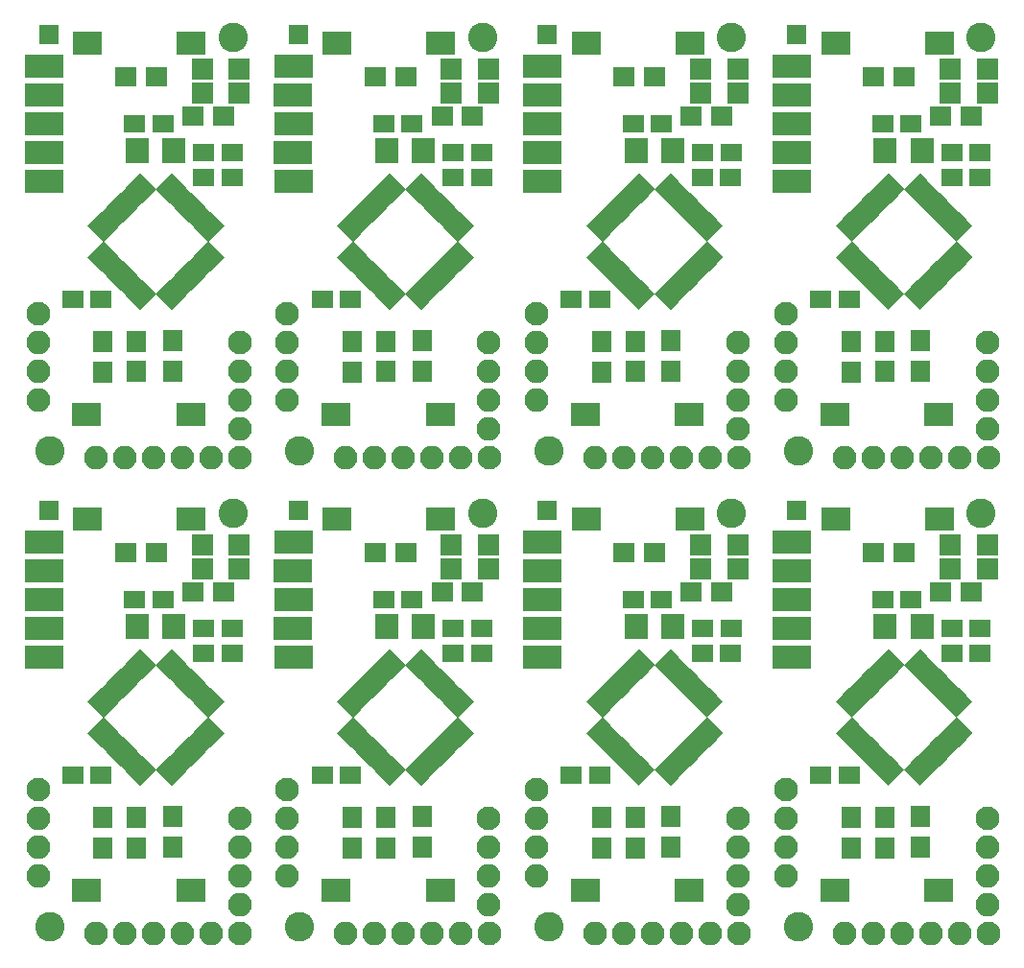
<source format=gts>
%MOIN*%
%OFA0B0*%
%FSLAX46Y46*%
%IPPOS*%
%LPD*%
%ADD10C,0.0039370078740157488*%
%ADD11C,0.082677165354330714*%
%ADD12O,0.082677165354330714X0.082677165354330714*%
%ADD13R,0.13385826771653545X0.082677165354330714*%
%ADD14R,0.10157480314960631X0.07874015748031496*%
%ADD15R,0.074803149606299218X0.064960629921259838*%
%ADD16R,0.074803149606299218X0.074803149606299218*%
%ADD17R,0.066929133858267723X0.074803149606299218*%
%ADD18R,0.074803149606299218X0.066929133858267723*%
%ADD19R,0.084645669291338585X0.086614173228346469*%
%ADD20C,0.10236220472440946*%
%ADD21R,0.068897637795275593X0.068897637795275593*%
%ADD32C,0.0039370078740157488*%
%ADD33C,0.082677165354330714*%
%ADD34O,0.082677165354330714X0.082677165354330714*%
%ADD35R,0.13385826771653545X0.082677165354330714*%
%ADD36R,0.10157480314960631X0.07874015748031496*%
%ADD37R,0.074803149606299218X0.064960629921259838*%
%ADD38R,0.074803149606299218X0.074803149606299218*%
%ADD39R,0.066929133858267723X0.074803149606299218*%
%ADD40R,0.074803149606299218X0.066929133858267723*%
%ADD41R,0.084645669291338585X0.086614173228346469*%
%ADD42C,0.10236220472440946*%
%ADD43R,0.068897637795275593X0.068897637795275593*%
%ADD54C,0.0039370078740157488*%
%ADD55C,0.082677165354330714*%
%ADD56O,0.082677165354330714X0.082677165354330714*%
%ADD57R,0.13385826771653545X0.082677165354330714*%
%ADD58R,0.10157480314960631X0.07874015748031496*%
%ADD59R,0.074803149606299218X0.064960629921259838*%
%ADD60R,0.074803149606299218X0.074803149606299218*%
%ADD61R,0.066929133858267723X0.074803149606299218*%
%ADD62R,0.074803149606299218X0.066929133858267723*%
%ADD63R,0.084645669291338585X0.086614173228346469*%
%ADD64C,0.10236220472440946*%
%ADD65R,0.068897637795275593X0.068897637795275593*%
%ADD76C,0.0039370078740157488*%
%ADD77C,0.082677165354330714*%
%ADD78O,0.082677165354330714X0.082677165354330714*%
%ADD79R,0.13385826771653545X0.082677165354330714*%
%ADD80R,0.10157480314960631X0.07874015748031496*%
%ADD81R,0.074803149606299218X0.064960629921259838*%
%ADD82R,0.074803149606299218X0.074803149606299218*%
%ADD83R,0.066929133858267723X0.074803149606299218*%
%ADD84R,0.074803149606299218X0.066929133858267723*%
%ADD85R,0.084645669291338585X0.086614173228346469*%
%ADD86C,0.10236220472440946*%
%ADD87R,0.068897637795275593X0.068897637795275593*%
%ADD98C,0.0039370078740157488*%
%ADD99C,0.082677165354330714*%
%ADD100O,0.082677165354330714X0.082677165354330714*%
%ADD101R,0.13385826771653545X0.082677165354330714*%
%ADD102R,0.10157480314960631X0.07874015748031496*%
%ADD103R,0.074803149606299218X0.064960629921259838*%
%ADD104R,0.074803149606299218X0.074803149606299218*%
%ADD105R,0.066929133858267723X0.074803149606299218*%
%ADD106R,0.074803149606299218X0.066929133858267723*%
%ADD107R,0.084645669291338585X0.086614173228346469*%
%ADD108C,0.10236220472440946*%
%ADD109R,0.068897637795275593X0.068897637795275593*%
%ADD120C,0.0039370078740157488*%
%ADD121C,0.082677165354330714*%
%ADD122O,0.082677165354330714X0.082677165354330714*%
%ADD123R,0.13385826771653545X0.082677165354330714*%
%ADD124R,0.10157480314960631X0.07874015748031496*%
%ADD125R,0.074803149606299218X0.064960629921259838*%
%ADD126R,0.074803149606299218X0.074803149606299218*%
%ADD127R,0.066929133858267723X0.074803149606299218*%
%ADD128R,0.074803149606299218X0.066929133858267723*%
%ADD129R,0.084645669291338585X0.086614173228346469*%
%ADD130C,0.10236220472440946*%
%ADD131R,0.068897637795275593X0.068897637795275593*%
%ADD142C,0.0039370078740157488*%
%ADD143C,0.082677165354330714*%
%ADD144O,0.082677165354330714X0.082677165354330714*%
%ADD145R,0.13385826771653545X0.082677165354330714*%
%ADD146R,0.10157480314960631X0.07874015748031496*%
%ADD147R,0.074803149606299218X0.064960629921259838*%
%ADD148R,0.074803149606299218X0.074803149606299218*%
%ADD149R,0.066929133858267723X0.074803149606299218*%
%ADD150R,0.074803149606299218X0.066929133858267723*%
%ADD151R,0.084645669291338585X0.086614173228346469*%
%ADD152C,0.10236220472440946*%
%ADD153R,0.068897637795275593X0.068897637795275593*%
%ADD164C,0.0039370078740157488*%
%ADD165C,0.082677165354330714*%
%ADD166O,0.082677165354330714X0.082677165354330714*%
%ADD167R,0.13385826771653545X0.082677165354330714*%
%ADD168R,0.10157480314960631X0.07874015748031496*%
%ADD169R,0.074803149606299218X0.064960629921259838*%
%ADD170R,0.074803149606299218X0.074803149606299218*%
%ADD171R,0.066929133858267723X0.074803149606299218*%
%ADD172R,0.074803149606299218X0.066929133858267723*%
%ADD173R,0.084645669291338585X0.086614173228346469*%
%ADD174C,0.10236220472440946*%
%ADD175R,0.068897637795275593X0.068897637795275593*%
%LPD*%
G01*
D10*
D11*
X-0006692913Y0004921259D02*
X0000034586Y0000548759D03*
D12*
X0000034586Y0000448759D03*
X0000034586Y0000348759D03*
X0000034586Y0000248759D03*
D13*
X0000055531Y0001406258D03*
X0000055531Y0001206259D03*
X0000055531Y0001006259D03*
X0000054586Y0001306259D03*
X0000054586Y0001106259D03*
D10*
G36*
X0000655465Y0000880188D02*
X0000681912Y0000853740D01*
X0000626235Y0000798062D01*
X0000599788Y0000824510D01*
X0000655465Y0000880188D01*
X0000655465Y0000880188D01*
G37*
G36*
X0000633194Y0000902459D02*
X0000659641Y0000876011D01*
X0000603964Y0000820333D01*
X0000577517Y0000846781D01*
X0000633194Y0000902459D01*
X0000633194Y0000902459D01*
G37*
G36*
X0000610923Y0000924730D02*
X0000637370Y0000898283D01*
X0000581692Y0000842604D01*
X0000555246Y0000869052D01*
X0000610923Y0000924730D01*
X0000610923Y0000924730D01*
G37*
G36*
X0000588652Y0000947001D02*
X0000615099Y0000920554D01*
X0000559421Y0000864877D01*
X0000532974Y0000891323D01*
X0000588652Y0000947001D01*
X0000588652Y0000947001D01*
G37*
G36*
X0000566381Y0000969272D02*
X0000592828Y0000942825D01*
X0000537150Y0000887148D01*
X0000510703Y0000913595D01*
X0000566381Y0000969272D01*
X0000566381Y0000969272D01*
G37*
G36*
X0000544110Y0000991542D02*
X0000570557Y0000965096D01*
X0000514879Y0000909418D01*
X0000488432Y0000935866D01*
X0000544110Y0000991542D01*
X0000544110Y0000991542D01*
G37*
G36*
X0000521839Y0001013814D02*
X0000548286Y0000987367D01*
X0000492608Y0000931689D01*
X0000466161Y0000958137D01*
X0000521839Y0001013814D01*
X0000521839Y0001013814D01*
G37*
G36*
X0000499568Y0001036086D02*
X0000526015Y0001009639D01*
X0000470337Y0000953961D01*
X0000443890Y0000980408D01*
X0000499568Y0001036086D01*
X0000499568Y0001036086D01*
G37*
G36*
X0000363157Y0001009639D02*
X0000389604Y0001036086D01*
X0000445282Y0000980408D01*
X0000418835Y0000953961D01*
X0000363157Y0001009639D01*
X0000363157Y0001009639D01*
G37*
G36*
X0000340886Y0000987367D02*
X0000367333Y0001013814D01*
X0000423011Y0000958137D01*
X0000396564Y0000931689D01*
X0000340886Y0000987367D01*
X0000340886Y0000987367D01*
G37*
G36*
X0000318615Y0000965096D02*
X0000345062Y0000991542D01*
X0000400740Y0000935866D01*
X0000374293Y0000909418D01*
X0000318615Y0000965096D01*
X0000318615Y0000965096D01*
G37*
G36*
X0000296344Y0000942825D02*
X0000322791Y0000969272D01*
X0000378469Y0000913595D01*
X0000352022Y0000887148D01*
X0000296344Y0000942825D01*
X0000296344Y0000942825D01*
G37*
G36*
X0000274073Y0000920554D02*
X0000300520Y0000947001D01*
X0000356198Y0000891323D01*
X0000329751Y0000864877D01*
X0000274073Y0000920554D01*
X0000274073Y0000920554D01*
G37*
G36*
X0000251802Y0000898283D02*
X0000278249Y0000924730D01*
X0000333927Y0000869052D01*
X0000307480Y0000842604D01*
X0000251802Y0000898283D01*
X0000251802Y0000898283D01*
G37*
G36*
X0000229531Y0000876011D02*
X0000255977Y0000902459D01*
X0000311656Y0000846781D01*
X0000285209Y0000820333D01*
X0000229531Y0000876011D01*
X0000229531Y0000876011D01*
G37*
G36*
X0000207260Y0000853740D02*
X0000233706Y0000880188D01*
X0000289385Y0000824510D01*
X0000262938Y0000798062D01*
X0000207260Y0000853740D01*
X0000207260Y0000853740D01*
G37*
G36*
X0000262938Y0000799455D02*
X0000289385Y0000773008D01*
X0000233706Y0000717331D01*
X0000207260Y0000743778D01*
X0000262938Y0000799455D01*
X0000262938Y0000799455D01*
G37*
G36*
X0000285209Y0000777184D02*
X0000311656Y0000750737D01*
X0000255977Y0000695060D01*
X0000229531Y0000721507D01*
X0000285209Y0000777184D01*
X0000285209Y0000777184D01*
G37*
G36*
X0000307480Y0000754913D02*
X0000333927Y0000728466D01*
X0000278249Y0000672789D01*
X0000251802Y0000699235D01*
X0000307480Y0000754913D01*
X0000307480Y0000754913D01*
G37*
G36*
X0000329751Y0000732642D02*
X0000356198Y0000706195D01*
X0000300520Y0000650517D01*
X0000274073Y0000676964D01*
X0000329751Y0000732642D01*
X0000329751Y0000732642D01*
G37*
G36*
X0000352022Y0000710371D02*
X0000378469Y0000683924D01*
X0000322791Y0000628246D01*
X0000296344Y0000654693D01*
X0000352022Y0000710371D01*
X0000352022Y0000710371D01*
G37*
G36*
X0000374293Y0000688100D02*
X0000400740Y0000661653D01*
X0000345062Y0000605975D01*
X0000318615Y0000632422D01*
X0000374293Y0000688100D01*
X0000374293Y0000688100D01*
G37*
G36*
X0000396564Y0000665829D02*
X0000423011Y0000639382D01*
X0000367333Y0000583704D01*
X0000340886Y0000610151D01*
X0000396564Y0000665829D01*
X0000396564Y0000665829D01*
G37*
G36*
X0000418835Y0000643558D02*
X0000445282Y0000617111D01*
X0000389604Y0000561433D01*
X0000363157Y0000587880D01*
X0000418835Y0000643558D01*
X0000418835Y0000643558D01*
G37*
G36*
X0000443890Y0000617111D02*
X0000470337Y0000643558D01*
X0000526015Y0000587880D01*
X0000499568Y0000561433D01*
X0000443890Y0000617111D01*
X0000443890Y0000617111D01*
G37*
G36*
X0000466161Y0000639382D02*
X0000492608Y0000665829D01*
X0000548286Y0000610151D01*
X0000521839Y0000583704D01*
X0000466161Y0000639382D01*
X0000466161Y0000639382D01*
G37*
G36*
X0000488432Y0000661653D02*
X0000514879Y0000688100D01*
X0000570557Y0000632422D01*
X0000544110Y0000605975D01*
X0000488432Y0000661653D01*
X0000488432Y0000661653D01*
G37*
G36*
X0000510703Y0000683924D02*
X0000537150Y0000710371D01*
X0000592828Y0000654693D01*
X0000566381Y0000628246D01*
X0000510703Y0000683924D01*
X0000510703Y0000683924D01*
G37*
G36*
X0000532974Y0000706195D02*
X0000559421Y0000732642D01*
X0000615099Y0000676964D01*
X0000588652Y0000650517D01*
X0000532974Y0000706195D01*
X0000532974Y0000706195D01*
G37*
G36*
X0000555246Y0000728466D02*
X0000581692Y0000754913D01*
X0000637370Y0000699235D01*
X0000610923Y0000672789D01*
X0000555246Y0000728466D01*
X0000555246Y0000728466D01*
G37*
G36*
X0000577517Y0000750737D02*
X0000603964Y0000777184D01*
X0000659641Y0000721507D01*
X0000633194Y0000695060D01*
X0000577517Y0000750737D01*
X0000577517Y0000750737D01*
G37*
G36*
X0000599788Y0000773008D02*
X0000626235Y0000799455D01*
X0000681912Y0000743778D01*
X0000655465Y0000717331D01*
X0000599788Y0000773008D01*
X0000599788Y0000773008D01*
G37*
D11*
X0000734586Y0000448759D03*
D12*
X0000734586Y0000348759D03*
X0000734586Y0000248759D03*
X0000734586Y0000148759D03*
D11*
X0000737086Y0000048759D03*
D12*
X0000637086Y0000048759D03*
X0000537086Y0000048759D03*
X0000437086Y0000048759D03*
X0000337086Y0000048759D03*
X0000237086Y0000048759D03*
D14*
X0000565295Y0000196259D03*
X0000203877Y0000196259D03*
X0000206377Y0001486259D03*
X0000567795Y0001486259D03*
D15*
X0000610374Y0001021258D03*
X0000708798Y0001021258D03*
D16*
X0000604625Y0001313759D03*
X0000734547Y0001313759D03*
X0000604625Y0001396259D03*
X0000734547Y0001396259D03*
D17*
X0000502086Y0000453409D03*
X0000502086Y0000347110D03*
D18*
X0000571936Y0001233259D03*
X0000678236Y0001233259D03*
X0000445236Y0001371259D03*
X0000338937Y0001371259D03*
D15*
X0000610873Y0001108259D03*
X0000709299Y0001108259D03*
X0000369874Y0001206259D03*
X0000468298Y0001206259D03*
D19*
X0000507062Y0001113259D03*
X0000379110Y0001113259D03*
D20*
X0000712086Y0001506259D03*
X0000077086Y0000071259D03*
D21*
X0000072086Y0001518759D03*
D17*
X0000377086Y0000451909D03*
X0000377086Y0000345610D03*
D15*
X0000155373Y0000598759D03*
X0000253799Y0000598759D03*
D17*
X0000260085Y0000345259D03*
X0000260085Y0000451559D03*
G01*
D32*
D33*
X-0006692913Y0006574803D02*
X0000034586Y0002202303D03*
D34*
X0000034586Y0002102303D03*
X0000034586Y0002002303D03*
X0000034586Y0001902303D03*
D35*
X0000055531Y0003059803D03*
X0000055531Y0002859803D03*
X0000055531Y0002659803D03*
X0000054586Y0002959803D03*
X0000054586Y0002759803D03*
D32*
G36*
X0000655465Y0002533731D02*
X0000681912Y0002507284D01*
X0000626235Y0002451607D01*
X0000599788Y0002478054D01*
X0000655465Y0002533731D01*
X0000655465Y0002533731D01*
G37*
G36*
X0000633194Y0002556002D02*
X0000659641Y0002529555D01*
X0000603964Y0002473878D01*
X0000577517Y0002500325D01*
X0000633194Y0002556002D01*
X0000633194Y0002556002D01*
G37*
G36*
X0000610923Y0002578273D02*
X0000637370Y0002551827D01*
X0000581692Y0002496149D01*
X0000555246Y0002522596D01*
X0000610923Y0002578273D01*
X0000610923Y0002578273D01*
G37*
G36*
X0000588652Y0002600544D02*
X0000615099Y0002574098D01*
X0000559421Y0002518420D01*
X0000532974Y0002544867D01*
X0000588652Y0002600544D01*
X0000588652Y0002600544D01*
G37*
G36*
X0000566381Y0002622816D02*
X0000592828Y0002596368D01*
X0000537150Y0002540691D01*
X0000510703Y0002567138D01*
X0000566381Y0002622816D01*
X0000566381Y0002622816D01*
G37*
G36*
X0000544110Y0002645087D02*
X0000570557Y0002618640D01*
X0000514879Y0002562962D01*
X0000488432Y0002589409D01*
X0000544110Y0002645087D01*
X0000544110Y0002645087D01*
G37*
G36*
X0000521839Y0002667357D02*
X0000548286Y0002640911D01*
X0000492608Y0002585233D01*
X0000466161Y0002611680D01*
X0000521839Y0002667357D01*
X0000521839Y0002667357D01*
G37*
G36*
X0000499568Y0002689628D02*
X0000526015Y0002663182D01*
X0000470337Y0002607504D01*
X0000443890Y0002633951D01*
X0000499568Y0002689628D01*
X0000499568Y0002689628D01*
G37*
G36*
X0000363157Y0002663182D02*
X0000389604Y0002689628D01*
X0000445282Y0002633951D01*
X0000418835Y0002607504D01*
X0000363157Y0002663182D01*
X0000363157Y0002663182D01*
G37*
G36*
X0000340886Y0002640911D02*
X0000367333Y0002667357D01*
X0000423011Y0002611680D01*
X0000396564Y0002585233D01*
X0000340886Y0002640911D01*
X0000340886Y0002640911D01*
G37*
G36*
X0000318615Y0002618640D02*
X0000345062Y0002645087D01*
X0000400740Y0002589409D01*
X0000374293Y0002562962D01*
X0000318615Y0002618640D01*
X0000318615Y0002618640D01*
G37*
G36*
X0000296344Y0002596368D02*
X0000322791Y0002622816D01*
X0000378469Y0002567138D01*
X0000352022Y0002540691D01*
X0000296344Y0002596368D01*
X0000296344Y0002596368D01*
G37*
G36*
X0000274073Y0002574098D02*
X0000300520Y0002600544D01*
X0000356198Y0002544867D01*
X0000329751Y0002518420D01*
X0000274073Y0002574098D01*
X0000274073Y0002574098D01*
G37*
G36*
X0000251802Y0002551827D02*
X0000278249Y0002578273D01*
X0000333927Y0002522596D01*
X0000307480Y0002496149D01*
X0000251802Y0002551827D01*
X0000251802Y0002551827D01*
G37*
G36*
X0000229531Y0002529555D02*
X0000255977Y0002556002D01*
X0000311656Y0002500325D01*
X0000285209Y0002473878D01*
X0000229531Y0002529555D01*
X0000229531Y0002529555D01*
G37*
G36*
X0000207260Y0002507284D02*
X0000233706Y0002533731D01*
X0000289385Y0002478054D01*
X0000262938Y0002451607D01*
X0000207260Y0002507284D01*
X0000207260Y0002507284D01*
G37*
G36*
X0000262938Y0002452999D02*
X0000289385Y0002426552D01*
X0000233706Y0002370874D01*
X0000207260Y0002397321D01*
X0000262938Y0002452999D01*
X0000262938Y0002452999D01*
G37*
G36*
X0000285209Y0002430728D02*
X0000311656Y0002404281D01*
X0000255977Y0002348603D01*
X0000229531Y0002375050D01*
X0000285209Y0002430728D01*
X0000285209Y0002430728D01*
G37*
G36*
X0000307480Y0002408456D02*
X0000333927Y0002382010D01*
X0000278249Y0002326332D01*
X0000251802Y0002352779D01*
X0000307480Y0002408456D01*
X0000307480Y0002408456D01*
G37*
G36*
X0000329751Y0002386185D02*
X0000356198Y0002359738D01*
X0000300520Y0002304061D01*
X0000274073Y0002330508D01*
X0000329751Y0002386185D01*
X0000329751Y0002386185D01*
G37*
G36*
X0000352022Y0002363914D02*
X0000378469Y0002337467D01*
X0000322791Y0002281790D01*
X0000296344Y0002308237D01*
X0000352022Y0002363914D01*
X0000352022Y0002363914D01*
G37*
G36*
X0000374293Y0002341643D02*
X0000400740Y0002315196D01*
X0000345062Y0002259519D01*
X0000318615Y0002285966D01*
X0000374293Y0002341643D01*
X0000374293Y0002341643D01*
G37*
G36*
X0000396564Y0002319372D02*
X0000423011Y0002292925D01*
X0000367333Y0002237248D01*
X0000340886Y0002263694D01*
X0000396564Y0002319372D01*
X0000396564Y0002319372D01*
G37*
G36*
X0000418835Y0002297101D02*
X0000445282Y0002270654D01*
X0000389604Y0002214976D01*
X0000363157Y0002241423D01*
X0000418835Y0002297101D01*
X0000418835Y0002297101D01*
G37*
G36*
X0000443890Y0002270654D02*
X0000470337Y0002297101D01*
X0000526015Y0002241423D01*
X0000499568Y0002214976D01*
X0000443890Y0002270654D01*
X0000443890Y0002270654D01*
G37*
G36*
X0000466161Y0002292925D02*
X0000492608Y0002319372D01*
X0000548286Y0002263694D01*
X0000521839Y0002237248D01*
X0000466161Y0002292925D01*
X0000466161Y0002292925D01*
G37*
G36*
X0000488432Y0002315196D02*
X0000514879Y0002341643D01*
X0000570557Y0002285966D01*
X0000544110Y0002259519D01*
X0000488432Y0002315196D01*
X0000488432Y0002315196D01*
G37*
G36*
X0000510703Y0002337467D02*
X0000537150Y0002363914D01*
X0000592828Y0002308237D01*
X0000566381Y0002281790D01*
X0000510703Y0002337467D01*
X0000510703Y0002337467D01*
G37*
G36*
X0000532974Y0002359738D02*
X0000559421Y0002386185D01*
X0000615099Y0002330508D01*
X0000588652Y0002304061D01*
X0000532974Y0002359738D01*
X0000532974Y0002359738D01*
G37*
G36*
X0000555246Y0002382010D02*
X0000581692Y0002408456D01*
X0000637370Y0002352779D01*
X0000610923Y0002326332D01*
X0000555246Y0002382010D01*
X0000555246Y0002382010D01*
G37*
G36*
X0000577517Y0002404281D02*
X0000603964Y0002430728D01*
X0000659641Y0002375050D01*
X0000633194Y0002348603D01*
X0000577517Y0002404281D01*
X0000577517Y0002404281D01*
G37*
G36*
X0000599788Y0002426552D02*
X0000626235Y0002452999D01*
X0000681912Y0002397321D01*
X0000655465Y0002370874D01*
X0000599788Y0002426552D01*
X0000599788Y0002426552D01*
G37*
D33*
X0000734586Y0002102303D03*
D34*
X0000734586Y0002002303D03*
X0000734586Y0001902303D03*
X0000734586Y0001802303D03*
D33*
X0000737086Y0001702303D03*
D34*
X0000637086Y0001702303D03*
X0000537086Y0001702303D03*
X0000437086Y0001702303D03*
X0000337086Y0001702303D03*
X0000237086Y0001702303D03*
D36*
X0000565295Y0001849803D03*
X0000203877Y0001849803D03*
X0000206377Y0003139803D03*
X0000567795Y0003139803D03*
D37*
X0000610374Y0002674803D03*
X0000708798Y0002674803D03*
D38*
X0000604625Y0002967303D03*
X0000734547Y0002967303D03*
X0000604625Y0003049803D03*
X0000734547Y0003049803D03*
D39*
X0000502086Y0002106952D03*
X0000502086Y0002000652D03*
D40*
X0000571936Y0002886803D03*
X0000678236Y0002886803D03*
X0000445236Y0003024803D03*
X0000338937Y0003024803D03*
D37*
X0000610873Y0002761803D03*
X0000709299Y0002761803D03*
X0000369874Y0002859803D03*
X0000468298Y0002859803D03*
D41*
X0000507062Y0002766803D03*
X0000379110Y0002766803D03*
D42*
X0000712086Y0003159803D03*
X0000077086Y0001724803D03*
D43*
X0000072086Y0003172303D03*
D39*
X0000377086Y0002105452D03*
X0000377086Y0001999153D03*
D37*
X0000155373Y0002252303D03*
X0000253799Y0002252303D03*
D39*
X0000260085Y0001998803D03*
X0000260085Y0002105102D03*
G01*
D54*
D55*
X-0005826771Y0004921259D02*
X0000900728Y0000548759D03*
D56*
X0000900728Y0000448759D03*
X0000900728Y0000348759D03*
X0000900728Y0000248759D03*
D57*
X0000921673Y0001406258D03*
X0000921673Y0001206259D03*
X0000921673Y0001006259D03*
X0000920728Y0001306259D03*
X0000920728Y0001106259D03*
D54*
G36*
X0001521607Y0000880188D02*
X0001548054Y0000853740D01*
X0001492376Y0000798062D01*
X0001465929Y0000824510D01*
X0001521607Y0000880188D01*
X0001521607Y0000880188D01*
G37*
G36*
X0001499336Y0000902459D02*
X0001525783Y0000876011D01*
X0001470105Y0000820333D01*
X0001443658Y0000846781D01*
X0001499336Y0000902459D01*
X0001499336Y0000902459D01*
G37*
G36*
X0001477065Y0000924730D02*
X0001503512Y0000898283D01*
X0001447834Y0000842604D01*
X0001421385Y0000869052D01*
X0001477065Y0000924730D01*
X0001477065Y0000924730D01*
G37*
G36*
X0001454794Y0000947001D02*
X0001481241Y0000920554D01*
X0001425563Y0000864877D01*
X0001399116Y0000891323D01*
X0001454794Y0000947001D01*
X0001454794Y0000947001D01*
G37*
G36*
X0001432523Y0000969272D02*
X0001458970Y0000942825D01*
X0001403292Y0000887148D01*
X0001376845Y0000913595D01*
X0001432523Y0000969272D01*
X0001432523Y0000969272D01*
G37*
G36*
X0001410252Y0000991542D02*
X0001436699Y0000965096D01*
X0001381021Y0000909418D01*
X0001354574Y0000935866D01*
X0001410252Y0000991542D01*
X0001410252Y0000991542D01*
G37*
G36*
X0001387981Y0001013814D02*
X0001414428Y0000987367D01*
X0001358750Y0000931689D01*
X0001332303Y0000958137D01*
X0001387981Y0001013814D01*
X0001387981Y0001013814D01*
G37*
G36*
X0001365710Y0001036086D02*
X0001392156Y0001009639D01*
X0001336479Y0000953961D01*
X0001310032Y0000980408D01*
X0001365710Y0001036086D01*
X0001365710Y0001036086D01*
G37*
G36*
X0001229299Y0001009639D02*
X0001255746Y0001036086D01*
X0001311424Y0000980408D01*
X0001284977Y0000953961D01*
X0001229299Y0001009639D01*
X0001229299Y0001009639D01*
G37*
G36*
X0001207028Y0000987367D02*
X0001233475Y0001013814D01*
X0001289153Y0000958137D01*
X0001262706Y0000931689D01*
X0001207028Y0000987367D01*
X0001207028Y0000987367D01*
G37*
G36*
X0001184757Y0000965096D02*
X0001211204Y0000991542D01*
X0001266882Y0000935866D01*
X0001240435Y0000909418D01*
X0001184757Y0000965096D01*
X0001184757Y0000965096D01*
G37*
G36*
X0001162486Y0000942825D02*
X0001188933Y0000969272D01*
X0001244611Y0000913595D01*
X0001218164Y0000887148D01*
X0001162486Y0000942825D01*
X0001162486Y0000942825D01*
G37*
G36*
X0001140215Y0000920554D02*
X0001166662Y0000947001D01*
X0001222340Y0000891323D01*
X0001195893Y0000864877D01*
X0001140215Y0000920554D01*
X0001140215Y0000920554D01*
G37*
G36*
X0001117944Y0000898283D02*
X0001144391Y0000924730D01*
X0001200068Y0000869052D01*
X0001173622Y0000842604D01*
X0001117944Y0000898283D01*
X0001117944Y0000898283D01*
G37*
G36*
X0001095673Y0000876011D02*
X0001122120Y0000902459D01*
X0001177797Y0000846781D01*
X0001151350Y0000820333D01*
X0001095673Y0000876011D01*
X0001095673Y0000876011D01*
G37*
G36*
X0001073402Y0000853740D02*
X0001099849Y0000880188D01*
X0001155526Y0000824510D01*
X0001129079Y0000798062D01*
X0001073402Y0000853740D01*
X0001073402Y0000853740D01*
G37*
G36*
X0001129079Y0000799455D02*
X0001155526Y0000773008D01*
X0001099849Y0000717331D01*
X0001073402Y0000743778D01*
X0001129079Y0000799455D01*
X0001129079Y0000799455D01*
G37*
G36*
X0001151350Y0000777184D02*
X0001177797Y0000750737D01*
X0001122120Y0000695060D01*
X0001095673Y0000721507D01*
X0001151350Y0000777184D01*
X0001151350Y0000777184D01*
G37*
G36*
X0001173622Y0000754913D02*
X0001200068Y0000728466D01*
X0001144391Y0000672789D01*
X0001117944Y0000699235D01*
X0001173622Y0000754913D01*
X0001173622Y0000754913D01*
G37*
G36*
X0001195893Y0000732642D02*
X0001222340Y0000706195D01*
X0001166662Y0000650517D01*
X0001140215Y0000676964D01*
X0001195893Y0000732642D01*
X0001195893Y0000732642D01*
G37*
G36*
X0001218164Y0000710371D02*
X0001244611Y0000683924D01*
X0001188933Y0000628246D01*
X0001162486Y0000654693D01*
X0001218164Y0000710371D01*
X0001218164Y0000710371D01*
G37*
G36*
X0001240435Y0000688100D02*
X0001266882Y0000661653D01*
X0001211204Y0000605975D01*
X0001184757Y0000632422D01*
X0001240435Y0000688100D01*
X0001240435Y0000688100D01*
G37*
G36*
X0001262706Y0000665829D02*
X0001289153Y0000639382D01*
X0001233475Y0000583704D01*
X0001207028Y0000610151D01*
X0001262706Y0000665829D01*
X0001262706Y0000665829D01*
G37*
G36*
X0001284977Y0000643558D02*
X0001311424Y0000617111D01*
X0001255746Y0000561433D01*
X0001229299Y0000587880D01*
X0001284977Y0000643558D01*
X0001284977Y0000643558D01*
G37*
G36*
X0001310032Y0000617111D02*
X0001336479Y0000643558D01*
X0001392156Y0000587880D01*
X0001365710Y0000561433D01*
X0001310032Y0000617111D01*
X0001310032Y0000617111D01*
G37*
G36*
X0001332303Y0000639382D02*
X0001358750Y0000665829D01*
X0001414428Y0000610151D01*
X0001387981Y0000583704D01*
X0001332303Y0000639382D01*
X0001332303Y0000639382D01*
G37*
G36*
X0001354574Y0000661653D02*
X0001381021Y0000688100D01*
X0001436699Y0000632422D01*
X0001410252Y0000605975D01*
X0001354574Y0000661653D01*
X0001354574Y0000661653D01*
G37*
G36*
X0001376845Y0000683924D02*
X0001403292Y0000710371D01*
X0001458970Y0000654693D01*
X0001432523Y0000628246D01*
X0001376845Y0000683924D01*
X0001376845Y0000683924D01*
G37*
G36*
X0001399116Y0000706195D02*
X0001425563Y0000732642D01*
X0001481241Y0000676964D01*
X0001454794Y0000650517D01*
X0001399116Y0000706195D01*
X0001399116Y0000706195D01*
G37*
G36*
X0001421385Y0000728466D02*
X0001447834Y0000754913D01*
X0001503512Y0000699235D01*
X0001477065Y0000672789D01*
X0001421385Y0000728466D01*
X0001421385Y0000728466D01*
G37*
G36*
X0001443658Y0000750737D02*
X0001470105Y0000777184D01*
X0001525783Y0000721507D01*
X0001499336Y0000695060D01*
X0001443658Y0000750737D01*
X0001443658Y0000750737D01*
G37*
G36*
X0001465929Y0000773008D02*
X0001492376Y0000799455D01*
X0001548054Y0000743778D01*
X0001521607Y0000717331D01*
X0001465929Y0000773008D01*
X0001465929Y0000773008D01*
G37*
D55*
X0001600728Y0000448759D03*
D56*
X0001600728Y0000348759D03*
X0001600728Y0000248759D03*
X0001600728Y0000148759D03*
D55*
X0001603228Y0000048759D03*
D56*
X0001503228Y0000048759D03*
X0001403227Y0000048759D03*
X0001303228Y0000048759D03*
X0001203228Y0000048759D03*
X0001103228Y0000048759D03*
D58*
X0001431436Y0000196259D03*
X0001070019Y0000196259D03*
X0001072519Y0001486259D03*
X0001433937Y0001486259D03*
D59*
X0001476515Y0001021258D03*
X0001574940Y0001021258D03*
D60*
X0001470767Y0001313759D03*
X0001600688Y0001313759D03*
X0001470767Y0001396259D03*
X0001600688Y0001396259D03*
D61*
X0001368228Y0000453409D03*
X0001368228Y0000347110D03*
D62*
X0001438077Y0001233259D03*
X0001544377Y0001233259D03*
X0001311377Y0001371259D03*
X0001205078Y0001371259D03*
D59*
X0001477015Y0001108259D03*
X0001575440Y0001108259D03*
X0001236015Y0001206259D03*
X0001334440Y0001206259D03*
D63*
X0001373204Y0001113259D03*
X0001245251Y0001113259D03*
D64*
X0001578228Y0001506259D03*
X0000943228Y0000071259D03*
D65*
X0000938228Y0001518759D03*
D61*
X0001243228Y0000451909D03*
X0001243228Y0000345610D03*
D59*
X0001021515Y0000598759D03*
X0001119940Y0000598759D03*
D61*
X0001126228Y0000345259D03*
X0001126228Y0000451559D03*
G01*
D76*
D77*
X-0004960629Y0004921259D02*
X0001766870Y0000548759D03*
D78*
X0001766870Y0000448759D03*
X0001766870Y0000348759D03*
X0001766870Y0000248759D03*
D79*
X0001787814Y0001406258D03*
X0001787814Y0001206259D03*
X0001787814Y0001006259D03*
X0001786870Y0001306259D03*
X0001786870Y0001106259D03*
D76*
G36*
X0002387749Y0000880188D02*
X0002414196Y0000853740D01*
X0002358518Y0000798062D01*
X0002332071Y0000824510D01*
X0002387749Y0000880188D01*
X0002387749Y0000880188D01*
G37*
G36*
X0002365478Y0000902459D02*
X0002391925Y0000876011D01*
X0002336247Y0000820333D01*
X0002309800Y0000846781D01*
X0002365478Y0000902459D01*
X0002365478Y0000902459D01*
G37*
G36*
X0002343207Y0000924730D02*
X0002369654Y0000898283D01*
X0002313976Y0000842604D01*
X0002287529Y0000869052D01*
X0002343207Y0000924730D01*
X0002343207Y0000924730D01*
G37*
G36*
X0002320936Y0000947001D02*
X0002347383Y0000920554D01*
X0002291705Y0000864877D01*
X0002265258Y0000891323D01*
X0002320936Y0000947001D01*
X0002320936Y0000947001D01*
G37*
G36*
X0002298665Y0000969272D02*
X0002325111Y0000942825D01*
X0002269434Y0000887148D01*
X0002242987Y0000913595D01*
X0002298665Y0000969272D01*
X0002298665Y0000969272D01*
G37*
G36*
X0002276393Y0000991542D02*
X0002302840Y0000965096D01*
X0002247163Y0000909418D01*
X0002220716Y0000935866D01*
X0002276393Y0000991542D01*
X0002276393Y0000991542D01*
G37*
G36*
X0002254122Y0001013814D02*
X0002280569Y0000987367D01*
X0002224892Y0000931689D01*
X0002198445Y0000958137D01*
X0002254122Y0001013814D01*
X0002254122Y0001013814D01*
G37*
G36*
X0002231851Y0001036086D02*
X0002258298Y0001009639D01*
X0002202621Y0000953961D01*
X0002176174Y0000980408D01*
X0002231851Y0001036086D01*
X0002231851Y0001036086D01*
G37*
G36*
X0002095441Y0001009639D02*
X0002121888Y0001036086D01*
X0002177566Y0000980408D01*
X0002151119Y0000953961D01*
X0002095441Y0001009639D01*
X0002095441Y0001009639D01*
G37*
G36*
X0002073170Y0000987367D02*
X0002099617Y0001013814D01*
X0002155295Y0000958137D01*
X0002128848Y0000931689D01*
X0002073170Y0000987367D01*
X0002073170Y0000987367D01*
G37*
G36*
X0002050898Y0000965096D02*
X0002077346Y0000991542D01*
X0002133023Y0000935866D01*
X0002106576Y0000909418D01*
X0002050898Y0000965096D01*
X0002050898Y0000965096D01*
G37*
G36*
X0002028627Y0000942825D02*
X0002055075Y0000969272D01*
X0002110752Y0000913595D01*
X0002084305Y0000887148D01*
X0002028627Y0000942825D01*
X0002028627Y0000942825D01*
G37*
G36*
X0002006357Y0000920554D02*
X0002032803Y0000947001D01*
X0002088480Y0000891323D01*
X0002062034Y0000864877D01*
X0002006357Y0000920554D01*
X0002006357Y0000920554D01*
G37*
G36*
X0001984085Y0000898283D02*
X0002010532Y0000924730D01*
X0002066209Y0000869052D01*
X0002039763Y0000842604D01*
X0001984085Y0000898283D01*
X0001984085Y0000898283D01*
G37*
G36*
X0001961814Y0000876011D02*
X0001988261Y0000902459D01*
X0002043939Y0000846781D01*
X0002017491Y0000820333D01*
X0001961814Y0000876011D01*
X0001961814Y0000876011D01*
G37*
G36*
X0001939543Y0000853740D02*
X0001965990Y0000880188D01*
X0002021668Y0000824510D01*
X0001995221Y0000798062D01*
X0001939543Y0000853740D01*
X0001939543Y0000853740D01*
G37*
G36*
X0001995221Y0000799455D02*
X0002021668Y0000773008D01*
X0001965990Y0000717331D01*
X0001939543Y0000743778D01*
X0001995221Y0000799455D01*
X0001995221Y0000799455D01*
G37*
G36*
X0002017491Y0000777184D02*
X0002043939Y0000750737D01*
X0001988261Y0000695060D01*
X0001961814Y0000721507D01*
X0002017491Y0000777184D01*
X0002017491Y0000777184D01*
G37*
G36*
X0002039763Y0000754913D02*
X0002066209Y0000728466D01*
X0002010532Y0000672789D01*
X0001984085Y0000699235D01*
X0002039763Y0000754913D01*
X0002039763Y0000754913D01*
G37*
G36*
X0002062034Y0000732642D02*
X0002088480Y0000706195D01*
X0002032803Y0000650517D01*
X0002006357Y0000676964D01*
X0002062034Y0000732642D01*
X0002062034Y0000732642D01*
G37*
G36*
X0002084305Y0000710371D02*
X0002110752Y0000683924D01*
X0002055075Y0000628246D01*
X0002028627Y0000654693D01*
X0002084305Y0000710371D01*
X0002084305Y0000710371D01*
G37*
G36*
X0002106576Y0000688100D02*
X0002133023Y0000661653D01*
X0002077346Y0000605975D01*
X0002050898Y0000632422D01*
X0002106576Y0000688100D01*
X0002106576Y0000688100D01*
G37*
G36*
X0002128848Y0000665829D02*
X0002155295Y0000639382D01*
X0002099617Y0000583704D01*
X0002073170Y0000610151D01*
X0002128848Y0000665829D01*
X0002128848Y0000665829D01*
G37*
G36*
X0002151119Y0000643558D02*
X0002177566Y0000617111D01*
X0002121888Y0000561433D01*
X0002095441Y0000587880D01*
X0002151119Y0000643558D01*
X0002151119Y0000643558D01*
G37*
G36*
X0002176174Y0000617111D02*
X0002202621Y0000643558D01*
X0002258298Y0000587880D01*
X0002231851Y0000561433D01*
X0002176174Y0000617111D01*
X0002176174Y0000617111D01*
G37*
G36*
X0002198445Y0000639382D02*
X0002224892Y0000665829D01*
X0002280569Y0000610151D01*
X0002254122Y0000583704D01*
X0002198445Y0000639382D01*
X0002198445Y0000639382D01*
G37*
G36*
X0002220716Y0000661653D02*
X0002247163Y0000688100D01*
X0002302840Y0000632422D01*
X0002276393Y0000605975D01*
X0002220716Y0000661653D01*
X0002220716Y0000661653D01*
G37*
G36*
X0002242987Y0000683924D02*
X0002269434Y0000710371D01*
X0002325111Y0000654693D01*
X0002298665Y0000628246D01*
X0002242987Y0000683924D01*
X0002242987Y0000683924D01*
G37*
G36*
X0002265258Y0000706195D02*
X0002291705Y0000732642D01*
X0002347383Y0000676964D01*
X0002320936Y0000650517D01*
X0002265258Y0000706195D01*
X0002265258Y0000706195D01*
G37*
G36*
X0002287529Y0000728466D02*
X0002313976Y0000754913D01*
X0002369654Y0000699235D01*
X0002343207Y0000672789D01*
X0002287529Y0000728466D01*
X0002287529Y0000728466D01*
G37*
G36*
X0002309800Y0000750737D02*
X0002336247Y0000777184D01*
X0002391925Y0000721507D01*
X0002365478Y0000695060D01*
X0002309800Y0000750737D01*
X0002309800Y0000750737D01*
G37*
G36*
X0002332071Y0000773008D02*
X0002358518Y0000799455D01*
X0002414196Y0000743778D01*
X0002387749Y0000717331D01*
X0002332071Y0000773008D01*
X0002332071Y0000773008D01*
G37*
D77*
X0002466870Y0000448759D03*
D78*
X0002466870Y0000348759D03*
X0002466870Y0000248759D03*
X0002466870Y0000148759D03*
D77*
X0002469370Y0000048759D03*
D78*
X0002369370Y0000048759D03*
X0002269370Y0000048759D03*
X0002169370Y0000048759D03*
X0002069370Y0000048759D03*
X0001969370Y0000048759D03*
D80*
X0002297578Y0000196259D03*
X0001936161Y0000196259D03*
X0001938661Y0001486259D03*
X0002300078Y0001486259D03*
D81*
X0002342657Y0001021258D03*
X0002441082Y0001021258D03*
D82*
X0002336909Y0001313759D03*
X0002466830Y0001313759D03*
X0002336909Y0001396259D03*
X0002466830Y0001396259D03*
D83*
X0002234370Y0000453409D03*
X0002234370Y0000347110D03*
D84*
X0002304220Y0001233259D03*
X0002410519Y0001233259D03*
X0002177519Y0001371259D03*
X0002071219Y0001371259D03*
D81*
X0002343157Y0001108259D03*
X0002441582Y0001108259D03*
X0002102157Y0001206259D03*
X0002200582Y0001206259D03*
D85*
X0002239346Y0001113259D03*
X0002111393Y0001113259D03*
D86*
X0002444370Y0001506259D03*
X0001809370Y0000071259D03*
D87*
X0001804370Y0001518759D03*
D83*
X0002109370Y0000451909D03*
X0002109370Y0000345610D03*
D81*
X0001887657Y0000598759D03*
X0001986081Y0000598759D03*
D83*
X0001992370Y0000345259D03*
X0001992370Y0000451559D03*
G04 next file*
%LPD*%
G01*
D98*
D99*
X-0004094488Y0004921259D02*
X0002633011Y0000548759D03*
D100*
X0002633011Y0000448759D03*
X0002633011Y0000348759D03*
X0002633011Y0000248759D03*
D101*
X0002653956Y0001406258D03*
X0002653956Y0001206259D03*
X0002653956Y0001006259D03*
X0002653010Y0001306259D03*
X0002653010Y0001106259D03*
D98*
G36*
X0003253891Y0000880188D02*
X0003280337Y0000853740D01*
X0003224660Y0000798062D01*
X0003198213Y0000824510D01*
X0003253891Y0000880188D01*
X0003253891Y0000880188D01*
G37*
G36*
X0003231620Y0000902459D02*
X0003258065Y0000876011D01*
X0003202389Y0000820333D01*
X0003175942Y0000846781D01*
X0003231620Y0000902459D01*
X0003231620Y0000902459D01*
G37*
G36*
X0003209348Y0000924730D02*
X0003235794Y0000898283D01*
X0003180118Y0000842604D01*
X0003153671Y0000869052D01*
X0003209348Y0000924730D01*
X0003209348Y0000924730D01*
G37*
G36*
X0003187077Y0000947001D02*
X0003213524Y0000920554D01*
X0003157847Y0000864877D01*
X0003131400Y0000891323D01*
X0003187077Y0000947001D01*
X0003187077Y0000947001D01*
G37*
G36*
X0003164805Y0000969272D02*
X0003191253Y0000942825D01*
X0003135575Y0000887148D01*
X0003109129Y0000913595D01*
X0003164805Y0000969272D01*
X0003164805Y0000969272D01*
G37*
G36*
X0003142534Y0000991542D02*
X0003168982Y0000965096D01*
X0003113304Y0000909418D01*
X0003086857Y0000935866D01*
X0003142534Y0000991542D01*
X0003142534Y0000991542D01*
G37*
G36*
X0003120264Y0001013814D02*
X0003146710Y0000987367D01*
X0003091033Y0000931689D01*
X0003064586Y0000958137D01*
X0003120264Y0001013814D01*
X0003120264Y0001013814D01*
G37*
G36*
X0003097993Y0001036086D02*
X0003124440Y0001009639D01*
X0003068762Y0000953961D01*
X0003042315Y0000980408D01*
X0003097993Y0001036086D01*
X0003097993Y0001036086D01*
G37*
G36*
X0002961583Y0001009639D02*
X0002988030Y0001036086D01*
X0003043707Y0000980408D01*
X0003017260Y0000953961D01*
X0002961583Y0001009639D01*
X0002961583Y0001009639D01*
G37*
G36*
X0002939312Y0000987367D02*
X0002965758Y0001013814D01*
X0003021436Y0000958137D01*
X0002994989Y0000931689D01*
X0002939312Y0000987367D01*
X0002939312Y0000987367D01*
G37*
G36*
X0002917040Y0000965096D02*
X0002943487Y0000991542D01*
X0002999165Y0000935866D01*
X0002972718Y0000909418D01*
X0002917040Y0000965096D01*
X0002917040Y0000965096D01*
G37*
G36*
X0002894769Y0000942825D02*
X0002921216Y0000969272D01*
X0002976894Y0000913595D01*
X0002950447Y0000887148D01*
X0002894769Y0000942825D01*
X0002894769Y0000942825D01*
G37*
G36*
X0002872498Y0000920554D02*
X0002898945Y0000947001D01*
X0002954623Y0000891323D01*
X0002928176Y0000864877D01*
X0002872498Y0000920554D01*
X0002872498Y0000920554D01*
G37*
G36*
X0002850227Y0000898283D02*
X0002876674Y0000924730D01*
X0002932352Y0000869052D01*
X0002905905Y0000842604D01*
X0002850227Y0000898283D01*
X0002850227Y0000898283D01*
G37*
G36*
X0002827956Y0000876011D02*
X0002854403Y0000902459D01*
X0002910081Y0000846781D01*
X0002883634Y0000820333D01*
X0002827956Y0000876011D01*
X0002827956Y0000876011D01*
G37*
G36*
X0002805685Y0000853740D02*
X0002832132Y0000880188D01*
X0002887810Y0000824510D01*
X0002861363Y0000798062D01*
X0002805685Y0000853740D01*
X0002805685Y0000853740D01*
G37*
G36*
X0002861363Y0000799455D02*
X0002887810Y0000773008D01*
X0002832132Y0000717331D01*
X0002805685Y0000743778D01*
X0002861363Y0000799455D01*
X0002861363Y0000799455D01*
G37*
G36*
X0002883634Y0000777184D02*
X0002910081Y0000750737D01*
X0002854403Y0000695060D01*
X0002827956Y0000721507D01*
X0002883634Y0000777184D01*
X0002883634Y0000777184D01*
G37*
G36*
X0002905905Y0000754913D02*
X0002932352Y0000728466D01*
X0002876674Y0000672789D01*
X0002850227Y0000699235D01*
X0002905905Y0000754913D01*
X0002905905Y0000754913D01*
G37*
G36*
X0002928176Y0000732642D02*
X0002954623Y0000706195D01*
X0002898945Y0000650517D01*
X0002872498Y0000676964D01*
X0002928176Y0000732642D01*
X0002928176Y0000732642D01*
G37*
G36*
X0002950447Y0000710371D02*
X0002976894Y0000683924D01*
X0002921216Y0000628246D01*
X0002894769Y0000654693D01*
X0002950447Y0000710371D01*
X0002950447Y0000710371D01*
G37*
G36*
X0002972718Y0000688100D02*
X0002999165Y0000661653D01*
X0002943487Y0000605975D01*
X0002917040Y0000632422D01*
X0002972718Y0000688100D01*
X0002972718Y0000688100D01*
G37*
G36*
X0002994989Y0000665829D02*
X0003021436Y0000639382D01*
X0002965758Y0000583704D01*
X0002939312Y0000610151D01*
X0002994989Y0000665829D01*
X0002994989Y0000665829D01*
G37*
G36*
X0003017260Y0000643558D02*
X0003043707Y0000617111D01*
X0002988030Y0000561433D01*
X0002961583Y0000587880D01*
X0003017260Y0000643558D01*
X0003017260Y0000643558D01*
G37*
G36*
X0003042315Y0000617111D02*
X0003068762Y0000643558D01*
X0003124440Y0000587880D01*
X0003097993Y0000561433D01*
X0003042315Y0000617111D01*
X0003042315Y0000617111D01*
G37*
G36*
X0003064586Y0000639382D02*
X0003091033Y0000665829D01*
X0003146710Y0000610151D01*
X0003120264Y0000583704D01*
X0003064586Y0000639382D01*
X0003064586Y0000639382D01*
G37*
G36*
X0003086857Y0000661653D02*
X0003113304Y0000688100D01*
X0003168982Y0000632422D01*
X0003142534Y0000605975D01*
X0003086857Y0000661653D01*
X0003086857Y0000661653D01*
G37*
G36*
X0003109129Y0000683924D02*
X0003135575Y0000710371D01*
X0003191253Y0000654693D01*
X0003164805Y0000628246D01*
X0003109129Y0000683924D01*
X0003109129Y0000683924D01*
G37*
G36*
X0003131400Y0000706195D02*
X0003157847Y0000732642D01*
X0003213524Y0000676964D01*
X0003187077Y0000650517D01*
X0003131400Y0000706195D01*
X0003131400Y0000706195D01*
G37*
G36*
X0003153671Y0000728466D02*
X0003180118Y0000754913D01*
X0003235794Y0000699235D01*
X0003209348Y0000672789D01*
X0003153671Y0000728466D01*
X0003153671Y0000728466D01*
G37*
G36*
X0003175942Y0000750737D02*
X0003202389Y0000777184D01*
X0003258065Y0000721507D01*
X0003231620Y0000695060D01*
X0003175942Y0000750737D01*
X0003175942Y0000750737D01*
G37*
G36*
X0003198213Y0000773008D02*
X0003224660Y0000799455D01*
X0003280337Y0000743778D01*
X0003253891Y0000717331D01*
X0003198213Y0000773008D01*
X0003198213Y0000773008D01*
G37*
D99*
X0003333011Y0000448759D03*
D100*
X0003333011Y0000348759D03*
X0003333011Y0000248759D03*
X0003333011Y0000148759D03*
D99*
X0003335511Y0000048759D03*
D100*
X0003235511Y0000048759D03*
X0003135511Y0000048759D03*
X0003035510Y0000048759D03*
X0002935511Y0000048759D03*
X0002835511Y0000048759D03*
D102*
X0003163720Y0000196259D03*
X0002802303Y0000196259D03*
X0002804803Y0001486259D03*
X0003166220Y0001486259D03*
D103*
X0003208799Y0001021258D03*
X0003307224Y0001021258D03*
D104*
X0003203051Y0001313759D03*
X0003332972Y0001313759D03*
X0003203051Y0001396259D03*
X0003332972Y0001396259D03*
D105*
X0003100511Y0000453409D03*
X0003100511Y0000347110D03*
D106*
X0003170362Y0001233259D03*
X0003276661Y0001233259D03*
X0003043661Y0001371259D03*
X0002937362Y0001371259D03*
D103*
X0003209298Y0001108259D03*
X0003307724Y0001108259D03*
X0002968299Y0001206259D03*
X0003066724Y0001206259D03*
D107*
X0003105488Y0001113259D03*
X0002977535Y0001113259D03*
D108*
X0003310511Y0001506259D03*
X0002675511Y0000071259D03*
D109*
X0002670511Y0001518759D03*
D105*
X0002975510Y0000451909D03*
X0002975510Y0000345610D03*
D103*
X0002753799Y0000598759D03*
X0002852223Y0000598759D03*
D105*
X0002858511Y0000345259D03*
X0002858511Y0000451559D03*
G01*
D120*
D121*
X-0005826771Y0006574803D02*
X0000900728Y0002202303D03*
D122*
X0000900728Y0002102303D03*
X0000900728Y0002002303D03*
X0000900728Y0001902303D03*
D123*
X0000921673Y0003059803D03*
X0000921673Y0002859803D03*
X0000921673Y0002659803D03*
X0000920728Y0002959803D03*
X0000920728Y0002759803D03*
D120*
G36*
X0001521607Y0002533731D02*
X0001548054Y0002507284D01*
X0001492376Y0002451607D01*
X0001465929Y0002478054D01*
X0001521607Y0002533731D01*
X0001521607Y0002533731D01*
G37*
G36*
X0001499336Y0002556002D02*
X0001525783Y0002529555D01*
X0001470105Y0002473878D01*
X0001443658Y0002500325D01*
X0001499336Y0002556002D01*
X0001499336Y0002556002D01*
G37*
G36*
X0001477065Y0002578273D02*
X0001503512Y0002551827D01*
X0001447834Y0002496149D01*
X0001421385Y0002522596D01*
X0001477065Y0002578273D01*
X0001477065Y0002578273D01*
G37*
G36*
X0001454794Y0002600544D02*
X0001481241Y0002574098D01*
X0001425563Y0002518420D01*
X0001399116Y0002544867D01*
X0001454794Y0002600544D01*
X0001454794Y0002600544D01*
G37*
G36*
X0001432523Y0002622816D02*
X0001458970Y0002596368D01*
X0001403292Y0002540691D01*
X0001376845Y0002567138D01*
X0001432523Y0002622816D01*
X0001432523Y0002622816D01*
G37*
G36*
X0001410252Y0002645087D02*
X0001436699Y0002618640D01*
X0001381021Y0002562962D01*
X0001354574Y0002589409D01*
X0001410252Y0002645087D01*
X0001410252Y0002645087D01*
G37*
G36*
X0001387981Y0002667357D02*
X0001414428Y0002640911D01*
X0001358750Y0002585233D01*
X0001332303Y0002611680D01*
X0001387981Y0002667357D01*
X0001387981Y0002667357D01*
G37*
G36*
X0001365710Y0002689628D02*
X0001392156Y0002663182D01*
X0001336479Y0002607504D01*
X0001310032Y0002633951D01*
X0001365710Y0002689628D01*
X0001365710Y0002689628D01*
G37*
G36*
X0001229299Y0002663182D02*
X0001255746Y0002689628D01*
X0001311424Y0002633951D01*
X0001284977Y0002607504D01*
X0001229299Y0002663182D01*
X0001229299Y0002663182D01*
G37*
G36*
X0001207028Y0002640911D02*
X0001233475Y0002667357D01*
X0001289153Y0002611680D01*
X0001262706Y0002585233D01*
X0001207028Y0002640911D01*
X0001207028Y0002640911D01*
G37*
G36*
X0001184757Y0002618640D02*
X0001211204Y0002645087D01*
X0001266882Y0002589409D01*
X0001240435Y0002562962D01*
X0001184757Y0002618640D01*
X0001184757Y0002618640D01*
G37*
G36*
X0001162486Y0002596368D02*
X0001188933Y0002622816D01*
X0001244611Y0002567138D01*
X0001218164Y0002540691D01*
X0001162486Y0002596368D01*
X0001162486Y0002596368D01*
G37*
G36*
X0001140215Y0002574098D02*
X0001166662Y0002600544D01*
X0001222340Y0002544867D01*
X0001195893Y0002518420D01*
X0001140215Y0002574098D01*
X0001140215Y0002574098D01*
G37*
G36*
X0001117944Y0002551827D02*
X0001144391Y0002578273D01*
X0001200068Y0002522596D01*
X0001173622Y0002496149D01*
X0001117944Y0002551827D01*
X0001117944Y0002551827D01*
G37*
G36*
X0001095673Y0002529555D02*
X0001122120Y0002556002D01*
X0001177797Y0002500325D01*
X0001151350Y0002473878D01*
X0001095673Y0002529555D01*
X0001095673Y0002529555D01*
G37*
G36*
X0001073402Y0002507284D02*
X0001099849Y0002533731D01*
X0001155526Y0002478054D01*
X0001129079Y0002451607D01*
X0001073402Y0002507284D01*
X0001073402Y0002507284D01*
G37*
G36*
X0001129079Y0002452999D02*
X0001155526Y0002426552D01*
X0001099849Y0002370874D01*
X0001073402Y0002397321D01*
X0001129079Y0002452999D01*
X0001129079Y0002452999D01*
G37*
G36*
X0001151350Y0002430728D02*
X0001177797Y0002404281D01*
X0001122120Y0002348603D01*
X0001095673Y0002375050D01*
X0001151350Y0002430728D01*
X0001151350Y0002430728D01*
G37*
G36*
X0001173622Y0002408456D02*
X0001200068Y0002382010D01*
X0001144391Y0002326332D01*
X0001117944Y0002352779D01*
X0001173622Y0002408456D01*
X0001173622Y0002408456D01*
G37*
G36*
X0001195893Y0002386185D02*
X0001222340Y0002359738D01*
X0001166662Y0002304061D01*
X0001140215Y0002330508D01*
X0001195893Y0002386185D01*
X0001195893Y0002386185D01*
G37*
G36*
X0001218164Y0002363914D02*
X0001244611Y0002337467D01*
X0001188933Y0002281790D01*
X0001162486Y0002308237D01*
X0001218164Y0002363914D01*
X0001218164Y0002363914D01*
G37*
G36*
X0001240435Y0002341643D02*
X0001266882Y0002315196D01*
X0001211204Y0002259519D01*
X0001184757Y0002285966D01*
X0001240435Y0002341643D01*
X0001240435Y0002341643D01*
G37*
G36*
X0001262706Y0002319372D02*
X0001289153Y0002292925D01*
X0001233475Y0002237248D01*
X0001207028Y0002263694D01*
X0001262706Y0002319372D01*
X0001262706Y0002319372D01*
G37*
G36*
X0001284977Y0002297101D02*
X0001311424Y0002270654D01*
X0001255746Y0002214976D01*
X0001229299Y0002241423D01*
X0001284977Y0002297101D01*
X0001284977Y0002297101D01*
G37*
G36*
X0001310032Y0002270654D02*
X0001336479Y0002297101D01*
X0001392156Y0002241423D01*
X0001365710Y0002214976D01*
X0001310032Y0002270654D01*
X0001310032Y0002270654D01*
G37*
G36*
X0001332303Y0002292925D02*
X0001358750Y0002319372D01*
X0001414428Y0002263694D01*
X0001387981Y0002237248D01*
X0001332303Y0002292925D01*
X0001332303Y0002292925D01*
G37*
G36*
X0001354574Y0002315196D02*
X0001381021Y0002341643D01*
X0001436699Y0002285966D01*
X0001410252Y0002259519D01*
X0001354574Y0002315196D01*
X0001354574Y0002315196D01*
G37*
G36*
X0001376845Y0002337467D02*
X0001403292Y0002363914D01*
X0001458970Y0002308237D01*
X0001432523Y0002281790D01*
X0001376845Y0002337467D01*
X0001376845Y0002337467D01*
G37*
G36*
X0001399116Y0002359738D02*
X0001425563Y0002386185D01*
X0001481241Y0002330508D01*
X0001454794Y0002304061D01*
X0001399116Y0002359738D01*
X0001399116Y0002359738D01*
G37*
G36*
X0001421385Y0002382010D02*
X0001447834Y0002408456D01*
X0001503512Y0002352779D01*
X0001477065Y0002326332D01*
X0001421385Y0002382010D01*
X0001421385Y0002382010D01*
G37*
G36*
X0001443658Y0002404281D02*
X0001470105Y0002430728D01*
X0001525783Y0002375050D01*
X0001499336Y0002348603D01*
X0001443658Y0002404281D01*
X0001443658Y0002404281D01*
G37*
G36*
X0001465929Y0002426552D02*
X0001492376Y0002452999D01*
X0001548054Y0002397321D01*
X0001521607Y0002370874D01*
X0001465929Y0002426552D01*
X0001465929Y0002426552D01*
G37*
D121*
X0001600728Y0002102303D03*
D122*
X0001600728Y0002002303D03*
X0001600728Y0001902303D03*
X0001600728Y0001802303D03*
D121*
X0001603228Y0001702303D03*
D122*
X0001503228Y0001702303D03*
X0001403227Y0001702303D03*
X0001303228Y0001702303D03*
X0001203228Y0001702303D03*
X0001103228Y0001702303D03*
D124*
X0001431436Y0001849803D03*
X0001070019Y0001849803D03*
X0001072519Y0003139803D03*
X0001433937Y0003139803D03*
D125*
X0001476515Y0002674803D03*
X0001574940Y0002674803D03*
D126*
X0001470767Y0002967303D03*
X0001600688Y0002967303D03*
X0001470767Y0003049803D03*
X0001600688Y0003049803D03*
D127*
X0001368228Y0002106952D03*
X0001368228Y0002000652D03*
D128*
X0001438077Y0002886803D03*
X0001544377Y0002886803D03*
X0001311377Y0003024803D03*
X0001205078Y0003024803D03*
D125*
X0001477015Y0002761803D03*
X0001575440Y0002761803D03*
X0001236015Y0002859803D03*
X0001334440Y0002859803D03*
D129*
X0001373204Y0002766803D03*
X0001245251Y0002766803D03*
D130*
X0001578228Y0003159803D03*
X0000943228Y0001724803D03*
D131*
X0000938228Y0003172303D03*
D127*
X0001243228Y0002105452D03*
X0001243228Y0001999153D03*
D125*
X0001021515Y0002252303D03*
X0001119940Y0002252303D03*
D127*
X0001126228Y0001998803D03*
X0001126228Y0002105102D03*
G04 next file*
G01*
D142*
D143*
X-0004960629Y0006574803D02*
X0001766870Y0002202303D03*
D144*
X0001766870Y0002102303D03*
X0001766870Y0002002303D03*
X0001766870Y0001902303D03*
D145*
X0001787814Y0003059803D03*
X0001787814Y0002859803D03*
X0001787814Y0002659803D03*
X0001786870Y0002959803D03*
X0001786870Y0002759803D03*
D142*
G36*
X0002387749Y0002533731D02*
X0002414196Y0002507284D01*
X0002358518Y0002451607D01*
X0002332071Y0002478054D01*
X0002387749Y0002533731D01*
X0002387749Y0002533731D01*
G37*
G36*
X0002365478Y0002556002D02*
X0002391925Y0002529555D01*
X0002336247Y0002473878D01*
X0002309800Y0002500325D01*
X0002365478Y0002556002D01*
X0002365478Y0002556002D01*
G37*
G36*
X0002343207Y0002578273D02*
X0002369654Y0002551827D01*
X0002313976Y0002496149D01*
X0002287529Y0002522596D01*
X0002343207Y0002578273D01*
X0002343207Y0002578273D01*
G37*
G36*
X0002320936Y0002600544D02*
X0002347383Y0002574098D01*
X0002291705Y0002518420D01*
X0002265258Y0002544867D01*
X0002320936Y0002600544D01*
X0002320936Y0002600544D01*
G37*
G36*
X0002298665Y0002622816D02*
X0002325111Y0002596368D01*
X0002269434Y0002540691D01*
X0002242987Y0002567138D01*
X0002298665Y0002622816D01*
X0002298665Y0002622816D01*
G37*
G36*
X0002276393Y0002645087D02*
X0002302840Y0002618640D01*
X0002247163Y0002562962D01*
X0002220716Y0002589409D01*
X0002276393Y0002645087D01*
X0002276393Y0002645087D01*
G37*
G36*
X0002254122Y0002667357D02*
X0002280569Y0002640911D01*
X0002224892Y0002585233D01*
X0002198445Y0002611680D01*
X0002254122Y0002667357D01*
X0002254122Y0002667357D01*
G37*
G36*
X0002231851Y0002689628D02*
X0002258298Y0002663182D01*
X0002202621Y0002607504D01*
X0002176174Y0002633951D01*
X0002231851Y0002689628D01*
X0002231851Y0002689628D01*
G37*
G36*
X0002095441Y0002663182D02*
X0002121888Y0002689628D01*
X0002177566Y0002633951D01*
X0002151119Y0002607504D01*
X0002095441Y0002663182D01*
X0002095441Y0002663182D01*
G37*
G36*
X0002073170Y0002640911D02*
X0002099617Y0002667357D01*
X0002155295Y0002611680D01*
X0002128848Y0002585233D01*
X0002073170Y0002640911D01*
X0002073170Y0002640911D01*
G37*
G36*
X0002050898Y0002618640D02*
X0002077346Y0002645087D01*
X0002133023Y0002589409D01*
X0002106576Y0002562962D01*
X0002050898Y0002618640D01*
X0002050898Y0002618640D01*
G37*
G36*
X0002028627Y0002596368D02*
X0002055075Y0002622816D01*
X0002110752Y0002567138D01*
X0002084305Y0002540691D01*
X0002028627Y0002596368D01*
X0002028627Y0002596368D01*
G37*
G36*
X0002006357Y0002574098D02*
X0002032803Y0002600544D01*
X0002088480Y0002544867D01*
X0002062034Y0002518420D01*
X0002006357Y0002574098D01*
X0002006357Y0002574098D01*
G37*
G36*
X0001984085Y0002551827D02*
X0002010532Y0002578273D01*
X0002066209Y0002522596D01*
X0002039763Y0002496149D01*
X0001984085Y0002551827D01*
X0001984085Y0002551827D01*
G37*
G36*
X0001961814Y0002529555D02*
X0001988261Y0002556002D01*
X0002043939Y0002500325D01*
X0002017491Y0002473878D01*
X0001961814Y0002529555D01*
X0001961814Y0002529555D01*
G37*
G36*
X0001939543Y0002507284D02*
X0001965990Y0002533731D01*
X0002021668Y0002478054D01*
X0001995221Y0002451607D01*
X0001939543Y0002507284D01*
X0001939543Y0002507284D01*
G37*
G36*
X0001995221Y0002452999D02*
X0002021668Y0002426552D01*
X0001965990Y0002370874D01*
X0001939543Y0002397321D01*
X0001995221Y0002452999D01*
X0001995221Y0002452999D01*
G37*
G36*
X0002017491Y0002430728D02*
X0002043939Y0002404281D01*
X0001988261Y0002348603D01*
X0001961814Y0002375050D01*
X0002017491Y0002430728D01*
X0002017491Y0002430728D01*
G37*
G36*
X0002039763Y0002408456D02*
X0002066209Y0002382010D01*
X0002010532Y0002326332D01*
X0001984085Y0002352779D01*
X0002039763Y0002408456D01*
X0002039763Y0002408456D01*
G37*
G36*
X0002062034Y0002386185D02*
X0002088480Y0002359738D01*
X0002032803Y0002304061D01*
X0002006357Y0002330508D01*
X0002062034Y0002386185D01*
X0002062034Y0002386185D01*
G37*
G36*
X0002084305Y0002363914D02*
X0002110752Y0002337467D01*
X0002055075Y0002281790D01*
X0002028627Y0002308237D01*
X0002084305Y0002363914D01*
X0002084305Y0002363914D01*
G37*
G36*
X0002106576Y0002341643D02*
X0002133023Y0002315196D01*
X0002077346Y0002259519D01*
X0002050898Y0002285966D01*
X0002106576Y0002341643D01*
X0002106576Y0002341643D01*
G37*
G36*
X0002128848Y0002319372D02*
X0002155295Y0002292925D01*
X0002099617Y0002237248D01*
X0002073170Y0002263694D01*
X0002128848Y0002319372D01*
X0002128848Y0002319372D01*
G37*
G36*
X0002151119Y0002297101D02*
X0002177566Y0002270654D01*
X0002121888Y0002214976D01*
X0002095441Y0002241423D01*
X0002151119Y0002297101D01*
X0002151119Y0002297101D01*
G37*
G36*
X0002176174Y0002270654D02*
X0002202621Y0002297101D01*
X0002258298Y0002241423D01*
X0002231851Y0002214976D01*
X0002176174Y0002270654D01*
X0002176174Y0002270654D01*
G37*
G36*
X0002198445Y0002292925D02*
X0002224892Y0002319372D01*
X0002280569Y0002263694D01*
X0002254122Y0002237248D01*
X0002198445Y0002292925D01*
X0002198445Y0002292925D01*
G37*
G36*
X0002220716Y0002315196D02*
X0002247163Y0002341643D01*
X0002302840Y0002285966D01*
X0002276393Y0002259519D01*
X0002220716Y0002315196D01*
X0002220716Y0002315196D01*
G37*
G36*
X0002242987Y0002337467D02*
X0002269434Y0002363914D01*
X0002325111Y0002308237D01*
X0002298665Y0002281790D01*
X0002242987Y0002337467D01*
X0002242987Y0002337467D01*
G37*
G36*
X0002265258Y0002359738D02*
X0002291705Y0002386185D01*
X0002347383Y0002330508D01*
X0002320936Y0002304061D01*
X0002265258Y0002359738D01*
X0002265258Y0002359738D01*
G37*
G36*
X0002287529Y0002382010D02*
X0002313976Y0002408456D01*
X0002369654Y0002352779D01*
X0002343207Y0002326332D01*
X0002287529Y0002382010D01*
X0002287529Y0002382010D01*
G37*
G36*
X0002309800Y0002404281D02*
X0002336247Y0002430728D01*
X0002391925Y0002375050D01*
X0002365478Y0002348603D01*
X0002309800Y0002404281D01*
X0002309800Y0002404281D01*
G37*
G36*
X0002332071Y0002426552D02*
X0002358518Y0002452999D01*
X0002414196Y0002397321D01*
X0002387749Y0002370874D01*
X0002332071Y0002426552D01*
X0002332071Y0002426552D01*
G37*
D143*
X0002466870Y0002102303D03*
D144*
X0002466870Y0002002303D03*
X0002466870Y0001902303D03*
X0002466870Y0001802303D03*
D143*
X0002469370Y0001702303D03*
D144*
X0002369370Y0001702303D03*
X0002269370Y0001702303D03*
X0002169370Y0001702303D03*
X0002069370Y0001702303D03*
X0001969370Y0001702303D03*
D146*
X0002297578Y0001849803D03*
X0001936161Y0001849803D03*
X0001938661Y0003139803D03*
X0002300078Y0003139803D03*
D147*
X0002342657Y0002674803D03*
X0002441082Y0002674803D03*
D148*
X0002336909Y0002967303D03*
X0002466830Y0002967303D03*
X0002336909Y0003049803D03*
X0002466830Y0003049803D03*
D149*
X0002234370Y0002106952D03*
X0002234370Y0002000652D03*
D150*
X0002304220Y0002886803D03*
X0002410519Y0002886803D03*
X0002177519Y0003024803D03*
X0002071219Y0003024803D03*
D147*
X0002343157Y0002761803D03*
X0002441582Y0002761803D03*
X0002102157Y0002859803D03*
X0002200582Y0002859803D03*
D151*
X0002239346Y0002766803D03*
X0002111393Y0002766803D03*
D152*
X0002444370Y0003159803D03*
X0001809370Y0001724803D03*
D153*
X0001804370Y0003172303D03*
D149*
X0002109370Y0002105452D03*
X0002109370Y0001999153D03*
D147*
X0001887657Y0002252303D03*
X0001986081Y0002252303D03*
D149*
X0001992370Y0001998803D03*
X0001992370Y0002105102D03*
G04 next file*
G04 #@! TF.FileFunction,Soldermask,Top*
G04 Gerber Fmt 4.6, Leading zero omitted, Abs format (unit mm)*
G04 Created by KiCad (PCBNEW 4.0.2-stable) date 01.06.2017 12:53:20*
G01*
G04 APERTURE LIST*
G04 APERTURE END LIST*
D164*
D165*
X-0004094488Y0006574803D02*
X0002633011Y0002202303D03*
D166*
X0002633011Y0002102303D03*
X0002633011Y0002002303D03*
X0002633011Y0001902303D03*
D167*
X0002653956Y0003059803D03*
X0002653956Y0002859803D03*
X0002653956Y0002659803D03*
X0002653010Y0002959803D03*
X0002653010Y0002759803D03*
D164*
G36*
X0003253891Y0002533731D02*
X0003280337Y0002507284D01*
X0003224660Y0002451607D01*
X0003198213Y0002478054D01*
X0003253891Y0002533731D01*
X0003253891Y0002533731D01*
G37*
G36*
X0003231620Y0002556002D02*
X0003258065Y0002529555D01*
X0003202389Y0002473878D01*
X0003175942Y0002500325D01*
X0003231620Y0002556002D01*
X0003231620Y0002556002D01*
G37*
G36*
X0003209348Y0002578273D02*
X0003235794Y0002551827D01*
X0003180118Y0002496149D01*
X0003153671Y0002522596D01*
X0003209348Y0002578273D01*
X0003209348Y0002578273D01*
G37*
G36*
X0003187077Y0002600544D02*
X0003213524Y0002574098D01*
X0003157847Y0002518420D01*
X0003131400Y0002544867D01*
X0003187077Y0002600544D01*
X0003187077Y0002600544D01*
G37*
G36*
X0003164805Y0002622816D02*
X0003191253Y0002596368D01*
X0003135575Y0002540691D01*
X0003109129Y0002567138D01*
X0003164805Y0002622816D01*
X0003164805Y0002622816D01*
G37*
G36*
X0003142534Y0002645087D02*
X0003168982Y0002618640D01*
X0003113304Y0002562962D01*
X0003086857Y0002589409D01*
X0003142534Y0002645087D01*
X0003142534Y0002645087D01*
G37*
G36*
X0003120264Y0002667357D02*
X0003146710Y0002640911D01*
X0003091033Y0002585233D01*
X0003064586Y0002611680D01*
X0003120264Y0002667357D01*
X0003120264Y0002667357D01*
G37*
G36*
X0003097993Y0002689628D02*
X0003124440Y0002663182D01*
X0003068762Y0002607504D01*
X0003042315Y0002633951D01*
X0003097993Y0002689628D01*
X0003097993Y0002689628D01*
G37*
G36*
X0002961583Y0002663182D02*
X0002988030Y0002689628D01*
X0003043707Y0002633951D01*
X0003017260Y0002607504D01*
X0002961583Y0002663182D01*
X0002961583Y0002663182D01*
G37*
G36*
X0002939312Y0002640911D02*
X0002965758Y0002667357D01*
X0003021436Y0002611680D01*
X0002994989Y0002585233D01*
X0002939312Y0002640911D01*
X0002939312Y0002640911D01*
G37*
G36*
X0002917040Y0002618640D02*
X0002943487Y0002645087D01*
X0002999165Y0002589409D01*
X0002972718Y0002562962D01*
X0002917040Y0002618640D01*
X0002917040Y0002618640D01*
G37*
G36*
X0002894769Y0002596368D02*
X0002921216Y0002622816D01*
X0002976894Y0002567138D01*
X0002950447Y0002540691D01*
X0002894769Y0002596368D01*
X0002894769Y0002596368D01*
G37*
G36*
X0002872498Y0002574098D02*
X0002898945Y0002600544D01*
X0002954623Y0002544867D01*
X0002928176Y0002518420D01*
X0002872498Y0002574098D01*
X0002872498Y0002574098D01*
G37*
G36*
X0002850227Y0002551827D02*
X0002876674Y0002578273D01*
X0002932352Y0002522596D01*
X0002905905Y0002496149D01*
X0002850227Y0002551827D01*
X0002850227Y0002551827D01*
G37*
G36*
X0002827956Y0002529555D02*
X0002854403Y0002556002D01*
X0002910081Y0002500325D01*
X0002883634Y0002473878D01*
X0002827956Y0002529555D01*
X0002827956Y0002529555D01*
G37*
G36*
X0002805685Y0002507284D02*
X0002832132Y0002533731D01*
X0002887810Y0002478054D01*
X0002861363Y0002451607D01*
X0002805685Y0002507284D01*
X0002805685Y0002507284D01*
G37*
G36*
X0002861363Y0002452999D02*
X0002887810Y0002426552D01*
X0002832132Y0002370874D01*
X0002805685Y0002397321D01*
X0002861363Y0002452999D01*
X0002861363Y0002452999D01*
G37*
G36*
X0002883634Y0002430728D02*
X0002910081Y0002404281D01*
X0002854403Y0002348603D01*
X0002827956Y0002375050D01*
X0002883634Y0002430728D01*
X0002883634Y0002430728D01*
G37*
G36*
X0002905905Y0002408456D02*
X0002932352Y0002382010D01*
X0002876674Y0002326332D01*
X0002850227Y0002352779D01*
X0002905905Y0002408456D01*
X0002905905Y0002408456D01*
G37*
G36*
X0002928176Y0002386185D02*
X0002954623Y0002359738D01*
X0002898945Y0002304061D01*
X0002872498Y0002330508D01*
X0002928176Y0002386185D01*
X0002928176Y0002386185D01*
G37*
G36*
X0002950447Y0002363914D02*
X0002976894Y0002337467D01*
X0002921216Y0002281790D01*
X0002894769Y0002308237D01*
X0002950447Y0002363914D01*
X0002950447Y0002363914D01*
G37*
G36*
X0002972718Y0002341643D02*
X0002999165Y0002315196D01*
X0002943487Y0002259519D01*
X0002917040Y0002285966D01*
X0002972718Y0002341643D01*
X0002972718Y0002341643D01*
G37*
G36*
X0002994989Y0002319372D02*
X0003021436Y0002292925D01*
X0002965758Y0002237248D01*
X0002939312Y0002263694D01*
X0002994989Y0002319372D01*
X0002994989Y0002319372D01*
G37*
G36*
X0003017260Y0002297101D02*
X0003043707Y0002270654D01*
X0002988030Y0002214976D01*
X0002961583Y0002241423D01*
X0003017260Y0002297101D01*
X0003017260Y0002297101D01*
G37*
G36*
X0003042315Y0002270654D02*
X0003068762Y0002297101D01*
X0003124440Y0002241423D01*
X0003097993Y0002214976D01*
X0003042315Y0002270654D01*
X0003042315Y0002270654D01*
G37*
G36*
X0003064586Y0002292925D02*
X0003091033Y0002319372D01*
X0003146710Y0002263694D01*
X0003120264Y0002237248D01*
X0003064586Y0002292925D01*
X0003064586Y0002292925D01*
G37*
G36*
X0003086857Y0002315196D02*
X0003113304Y0002341643D01*
X0003168982Y0002285966D01*
X0003142534Y0002259519D01*
X0003086857Y0002315196D01*
X0003086857Y0002315196D01*
G37*
G36*
X0003109129Y0002337467D02*
X0003135575Y0002363914D01*
X0003191253Y0002308237D01*
X0003164805Y0002281790D01*
X0003109129Y0002337467D01*
X0003109129Y0002337467D01*
G37*
G36*
X0003131400Y0002359738D02*
X0003157847Y0002386185D01*
X0003213524Y0002330508D01*
X0003187077Y0002304061D01*
X0003131400Y0002359738D01*
X0003131400Y0002359738D01*
G37*
G36*
X0003153671Y0002382010D02*
X0003180118Y0002408456D01*
X0003235794Y0002352779D01*
X0003209348Y0002326332D01*
X0003153671Y0002382010D01*
X0003153671Y0002382010D01*
G37*
G36*
X0003175942Y0002404281D02*
X0003202389Y0002430728D01*
X0003258065Y0002375050D01*
X0003231620Y0002348603D01*
X0003175942Y0002404281D01*
X0003175942Y0002404281D01*
G37*
G36*
X0003198213Y0002426552D02*
X0003224660Y0002452999D01*
X0003280337Y0002397321D01*
X0003253891Y0002370874D01*
X0003198213Y0002426552D01*
X0003198213Y0002426552D01*
G37*
D165*
X0003333011Y0002102303D03*
D166*
X0003333011Y0002002303D03*
X0003333011Y0001902303D03*
X0003333011Y0001802303D03*
D165*
X0003335511Y0001702303D03*
D166*
X0003235511Y0001702303D03*
X0003135511Y0001702303D03*
X0003035510Y0001702303D03*
X0002935511Y0001702303D03*
X0002835511Y0001702303D03*
D168*
X0003163720Y0001849803D03*
X0002802303Y0001849803D03*
X0002804803Y0003139803D03*
X0003166220Y0003139803D03*
D169*
X0003208799Y0002674803D03*
X0003307224Y0002674803D03*
D170*
X0003203051Y0002967303D03*
X0003332972Y0002967303D03*
X0003203051Y0003049803D03*
X0003332972Y0003049803D03*
D171*
X0003100511Y0002106952D03*
X0003100511Y0002000652D03*
D172*
X0003170362Y0002886803D03*
X0003276661Y0002886803D03*
X0003043661Y0003024803D03*
X0002937362Y0003024803D03*
D169*
X0003209298Y0002761803D03*
X0003307724Y0002761803D03*
X0002968299Y0002859803D03*
X0003066724Y0002859803D03*
D173*
X0003105488Y0002766803D03*
X0002977535Y0002766803D03*
D174*
X0003310511Y0003159803D03*
X0002675511Y0001724803D03*
D175*
X0002670511Y0003172303D03*
D171*
X0002975510Y0002105452D03*
X0002975510Y0001999153D03*
D169*
X0002753799Y0002252303D03*
X0002852223Y0002252303D03*
D171*
X0002858511Y0001998803D03*
X0002858511Y0002105102D03*
M02*
</source>
